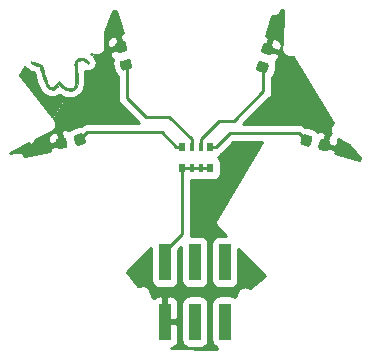
<source format=gbr>
G04 #@! TF.GenerationSoftware,KiCad,Pcbnew,5.1.2*
G04 #@! TF.CreationDate,2019-07-05T19:56:43-05:00*
G04 #@! TF.ProjectId,ZoraSapphire,5a6f7261-5361-4707-9068-6972652e6b69,rev?*
G04 #@! TF.SameCoordinates,Original*
G04 #@! TF.FileFunction,Copper,L2,Bot*
G04 #@! TF.FilePolarity,Positive*
%FSLAX46Y46*%
G04 Gerber Fmt 4.6, Leading zero omitted, Abs format (unit mm)*
G04 Created by KiCad (PCBNEW 5.1.2) date 2019-07-05 19:56:43*
%MOMM*%
%LPD*%
G04 APERTURE LIST*
%ADD10C,0.010000*%
%ADD11C,0.100000*%
%ADD12C,0.875000*%
%ADD13R,1.000000X3.150000*%
%ADD14R,0.500000X0.800000*%
%ADD15R,0.400000X0.800000*%
%ADD16C,0.600000*%
%ADD17C,0.250000*%
%ADD18C,0.254000*%
G04 APERTURE END LIST*
D10*
G36*
X142160587Y-88509101D02*
G01*
X141977524Y-88601441D01*
X141841592Y-88735243D01*
X141834211Y-88746445D01*
X141795704Y-88816560D01*
X141774213Y-88891161D01*
X141767740Y-88991906D01*
X141774287Y-89140454D01*
X141785088Y-89279000D01*
X141798682Y-89487176D01*
X141809873Y-89745106D01*
X141817394Y-90017886D01*
X141819962Y-90239064D01*
X141819221Y-90471042D01*
X141814387Y-90635025D01*
X141803305Y-90747664D01*
X141783820Y-90825610D01*
X141753775Y-90885512D01*
X141732268Y-90916397D01*
X141646398Y-91001274D01*
X141532822Y-91041004D01*
X141459984Y-91049227D01*
X141212110Y-91030096D01*
X140984281Y-90932890D01*
X140770656Y-90754818D01*
X140715776Y-90693825D01*
X140611108Y-90580241D01*
X140520934Y-90498178D01*
X140463859Y-90464453D01*
X140461888Y-90464334D01*
X140406245Y-90497452D01*
X140332818Y-90581096D01*
X140300495Y-90628393D01*
X140153131Y-90819127D01*
X140003087Y-90933226D01*
X139855716Y-90969020D01*
X139716369Y-90924837D01*
X139622029Y-90840223D01*
X139541347Y-90731415D01*
X139471066Y-90603458D01*
X139403918Y-90439221D01*
X139332636Y-90221574D01*
X139274015Y-90019834D01*
X139214550Y-89809010D01*
X139152317Y-89589557D01*
X139098667Y-89401471D01*
X139087754Y-89363442D01*
X139008584Y-89088050D01*
X138580435Y-88924582D01*
X138362433Y-88845972D01*
X138214002Y-88803703D01*
X138128999Y-88796227D01*
X138107855Y-88805545D01*
X138077323Y-88864474D01*
X138110260Y-88924145D01*
X138212714Y-88989634D01*
X138390730Y-89066021D01*
X138440113Y-89084600D01*
X138599737Y-89146840D01*
X138730704Y-89203866D01*
X138810730Y-89245783D01*
X138821473Y-89253933D01*
X138849685Y-89310037D01*
X138893474Y-89431746D01*
X138947447Y-89602637D01*
X139006210Y-89806288D01*
X139022749Y-89866804D01*
X139133263Y-90248610D01*
X139239349Y-90553568D01*
X139345154Y-90789062D01*
X139454827Y-90962475D01*
X139572515Y-91081190D01*
X139702365Y-91152591D01*
X139753931Y-91168398D01*
X139927621Y-91171191D01*
X140111426Y-91104646D01*
X140283741Y-90977924D01*
X140337431Y-90920944D01*
X140488489Y-90744467D01*
X140658458Y-90921355D01*
X140842966Y-91087866D01*
X141026288Y-91190737D01*
X141239082Y-91244778D01*
X141353587Y-91257186D01*
X141511029Y-91263485D01*
X141620094Y-91247957D01*
X141715756Y-91203620D01*
X141757666Y-91176552D01*
X141885913Y-91048677D01*
X141977302Y-90861493D01*
X142032345Y-90611317D01*
X142051551Y-90294461D01*
X142035431Y-89907242D01*
X141990818Y-89493076D01*
X141962055Y-89241873D01*
X141954811Y-89058459D01*
X141972863Y-88927833D01*
X142019991Y-88834997D01*
X142099973Y-88764951D01*
X142186298Y-88717122D01*
X142331342Y-88672101D01*
X142469703Y-88690585D01*
X142617459Y-88777350D01*
X142733421Y-88879650D01*
X142828884Y-88965110D01*
X142891491Y-88995811D01*
X142943708Y-88981090D01*
X142956473Y-88972361D01*
X143003927Y-88927661D01*
X142997648Y-88878669D01*
X142959475Y-88819482D01*
X142850040Y-88706072D01*
X142697499Y-88599287D01*
X142532595Y-88516782D01*
X142386072Y-88476212D01*
X142359026Y-88474667D01*
X142160587Y-88509101D01*
X142160587Y-88509101D01*
G37*
X142160587Y-88509101D02*
X141977524Y-88601441D01*
X141841592Y-88735243D01*
X141834211Y-88746445D01*
X141795704Y-88816560D01*
X141774213Y-88891161D01*
X141767740Y-88991906D01*
X141774287Y-89140454D01*
X141785088Y-89279000D01*
X141798682Y-89487176D01*
X141809873Y-89745106D01*
X141817394Y-90017886D01*
X141819962Y-90239064D01*
X141819221Y-90471042D01*
X141814387Y-90635025D01*
X141803305Y-90747664D01*
X141783820Y-90825610D01*
X141753775Y-90885512D01*
X141732268Y-90916397D01*
X141646398Y-91001274D01*
X141532822Y-91041004D01*
X141459984Y-91049227D01*
X141212110Y-91030096D01*
X140984281Y-90932890D01*
X140770656Y-90754818D01*
X140715776Y-90693825D01*
X140611108Y-90580241D01*
X140520934Y-90498178D01*
X140463859Y-90464453D01*
X140461888Y-90464334D01*
X140406245Y-90497452D01*
X140332818Y-90581096D01*
X140300495Y-90628393D01*
X140153131Y-90819127D01*
X140003087Y-90933226D01*
X139855716Y-90969020D01*
X139716369Y-90924837D01*
X139622029Y-90840223D01*
X139541347Y-90731415D01*
X139471066Y-90603458D01*
X139403918Y-90439221D01*
X139332636Y-90221574D01*
X139274015Y-90019834D01*
X139214550Y-89809010D01*
X139152317Y-89589557D01*
X139098667Y-89401471D01*
X139087754Y-89363442D01*
X139008584Y-89088050D01*
X138580435Y-88924582D01*
X138362433Y-88845972D01*
X138214002Y-88803703D01*
X138128999Y-88796227D01*
X138107855Y-88805545D01*
X138077323Y-88864474D01*
X138110260Y-88924145D01*
X138212714Y-88989634D01*
X138390730Y-89066021D01*
X138440113Y-89084600D01*
X138599737Y-89146840D01*
X138730704Y-89203866D01*
X138810730Y-89245783D01*
X138821473Y-89253933D01*
X138849685Y-89310037D01*
X138893474Y-89431746D01*
X138947447Y-89602637D01*
X139006210Y-89806288D01*
X139022749Y-89866804D01*
X139133263Y-90248610D01*
X139239349Y-90553568D01*
X139345154Y-90789062D01*
X139454827Y-90962475D01*
X139572515Y-91081190D01*
X139702365Y-91152591D01*
X139753931Y-91168398D01*
X139927621Y-91171191D01*
X140111426Y-91104646D01*
X140283741Y-90977924D01*
X140337431Y-90920944D01*
X140488489Y-90744467D01*
X140658458Y-90921355D01*
X140842966Y-91087866D01*
X141026288Y-91190737D01*
X141239082Y-91244778D01*
X141353587Y-91257186D01*
X141511029Y-91263485D01*
X141620094Y-91247957D01*
X141715756Y-91203620D01*
X141757666Y-91176552D01*
X141885913Y-91048677D01*
X141977302Y-90861493D01*
X142032345Y-90611317D01*
X142051551Y-90294461D01*
X142035431Y-89907242D01*
X141990818Y-89493076D01*
X141962055Y-89241873D01*
X141954811Y-89058459D01*
X141972863Y-88927833D01*
X142019991Y-88834997D01*
X142099973Y-88764951D01*
X142186298Y-88717122D01*
X142331342Y-88672101D01*
X142469703Y-88690585D01*
X142617459Y-88777350D01*
X142733421Y-88879650D01*
X142828884Y-88965110D01*
X142891491Y-88995811D01*
X142943708Y-88981090D01*
X142956473Y-88972361D01*
X143003927Y-88927661D01*
X142997648Y-88878669D01*
X142959475Y-88819482D01*
X142850040Y-88706072D01*
X142697499Y-88599287D01*
X142532595Y-88516782D01*
X142386072Y-88476212D01*
X142359026Y-88474667D01*
X142160587Y-88509101D01*
D11*
G36*
X140863455Y-95216388D02*
G01*
X140884729Y-95219260D01*
X140905619Y-95224203D01*
X140925925Y-95231170D01*
X140945449Y-95240094D01*
X140964005Y-95250888D01*
X140981413Y-95263449D01*
X140997507Y-95277656D01*
X141012130Y-95293372D01*
X141025143Y-95310446D01*
X141036419Y-95328713D01*
X141045851Y-95347997D01*
X141053347Y-95368113D01*
X141058835Y-95388866D01*
X141165390Y-95890167D01*
X141168817Y-95911359D01*
X141170151Y-95932785D01*
X141169379Y-95954238D01*
X141166507Y-95975512D01*
X141161564Y-95996402D01*
X141154597Y-96016707D01*
X141145674Y-96036232D01*
X141134879Y-96054788D01*
X141122318Y-96072196D01*
X141108111Y-96088290D01*
X141092395Y-96102913D01*
X141075321Y-96115926D01*
X141057055Y-96127202D01*
X141037770Y-96136634D01*
X141017654Y-96144130D01*
X140996901Y-96149618D01*
X140568962Y-96240579D01*
X140547770Y-96244006D01*
X140526344Y-96245340D01*
X140504891Y-96244568D01*
X140483617Y-96241696D01*
X140462727Y-96236753D01*
X140442421Y-96229786D01*
X140422897Y-96220862D01*
X140404341Y-96210068D01*
X140386933Y-96197507D01*
X140370839Y-96183300D01*
X140356216Y-96167584D01*
X140343203Y-96150510D01*
X140331927Y-96132243D01*
X140322495Y-96112959D01*
X140314999Y-96092843D01*
X140309511Y-96072090D01*
X140202956Y-95570789D01*
X140199529Y-95549597D01*
X140198195Y-95528171D01*
X140198967Y-95506718D01*
X140201839Y-95485444D01*
X140206782Y-95464554D01*
X140213749Y-95444249D01*
X140222672Y-95424724D01*
X140233467Y-95406168D01*
X140246028Y-95388760D01*
X140260235Y-95372666D01*
X140275951Y-95358043D01*
X140293025Y-95345030D01*
X140311291Y-95333754D01*
X140330576Y-95324322D01*
X140350692Y-95316826D01*
X140371445Y-95311338D01*
X140799384Y-95220377D01*
X140820576Y-95216950D01*
X140842002Y-95215616D01*
X140863455Y-95216388D01*
X140863455Y-95216388D01*
G37*
D12*
X140684173Y-95730478D03*
D11*
G36*
X142404037Y-94888928D02*
G01*
X142425311Y-94891800D01*
X142446201Y-94896743D01*
X142466507Y-94903710D01*
X142486031Y-94912634D01*
X142504587Y-94923428D01*
X142521995Y-94935989D01*
X142538089Y-94950196D01*
X142552712Y-94965912D01*
X142565725Y-94982986D01*
X142577001Y-95001253D01*
X142586433Y-95020537D01*
X142593929Y-95040653D01*
X142599417Y-95061406D01*
X142705972Y-95562707D01*
X142709399Y-95583899D01*
X142710733Y-95605325D01*
X142709961Y-95626778D01*
X142707089Y-95648052D01*
X142702146Y-95668942D01*
X142695179Y-95689247D01*
X142686256Y-95708772D01*
X142675461Y-95727328D01*
X142662900Y-95744736D01*
X142648693Y-95760830D01*
X142632977Y-95775453D01*
X142615903Y-95788466D01*
X142597637Y-95799742D01*
X142578352Y-95809174D01*
X142558236Y-95816670D01*
X142537483Y-95822158D01*
X142109544Y-95913119D01*
X142088352Y-95916546D01*
X142066926Y-95917880D01*
X142045473Y-95917108D01*
X142024199Y-95914236D01*
X142003309Y-95909293D01*
X141983003Y-95902326D01*
X141963479Y-95893402D01*
X141944923Y-95882608D01*
X141927515Y-95870047D01*
X141911421Y-95855840D01*
X141896798Y-95840124D01*
X141883785Y-95823050D01*
X141872509Y-95804783D01*
X141863077Y-95785499D01*
X141855581Y-95765383D01*
X141850093Y-95744630D01*
X141743538Y-95243329D01*
X141740111Y-95222137D01*
X141738777Y-95200711D01*
X141739549Y-95179258D01*
X141742421Y-95157984D01*
X141747364Y-95137094D01*
X141754331Y-95116789D01*
X141763254Y-95097264D01*
X141774049Y-95078708D01*
X141786610Y-95061300D01*
X141800817Y-95045206D01*
X141816533Y-95030583D01*
X141833607Y-95017570D01*
X141851873Y-95006294D01*
X141871158Y-94996862D01*
X141891274Y-94989366D01*
X141912027Y-94983878D01*
X142339966Y-94892917D01*
X142361158Y-94889490D01*
X142382584Y-94888156D01*
X142404037Y-94888928D01*
X142404037Y-94888928D01*
G37*
D12*
X142224755Y-95403018D03*
D11*
G36*
X146359455Y-88575502D02*
G01*
X146380575Y-88579345D01*
X146401217Y-88585240D01*
X146421182Y-88593129D01*
X146440277Y-88602938D01*
X146458319Y-88614571D01*
X146475134Y-88627916D01*
X146490560Y-88642845D01*
X146504448Y-88659214D01*
X146516665Y-88676866D01*
X146527093Y-88695630D01*
X146535631Y-88715326D01*
X146542198Y-88735765D01*
X146655431Y-89158358D01*
X146659963Y-89179341D01*
X146662417Y-89200667D01*
X146662768Y-89222132D01*
X146661014Y-89243527D01*
X146657171Y-89264647D01*
X146651276Y-89285289D01*
X146643386Y-89305254D01*
X146633578Y-89324349D01*
X146621945Y-89342391D01*
X146608600Y-89359206D01*
X146593671Y-89374632D01*
X146577301Y-89388520D01*
X146559650Y-89400737D01*
X146540885Y-89411165D01*
X146521189Y-89419703D01*
X146500752Y-89426270D01*
X146005715Y-89558915D01*
X145984731Y-89563447D01*
X145963405Y-89565901D01*
X145941941Y-89566252D01*
X145920545Y-89564498D01*
X145899425Y-89560655D01*
X145878783Y-89554760D01*
X145858818Y-89546871D01*
X145839723Y-89537062D01*
X145821681Y-89525429D01*
X145804866Y-89512084D01*
X145789440Y-89497155D01*
X145775552Y-89480786D01*
X145763335Y-89463134D01*
X145752907Y-89444370D01*
X145744369Y-89424674D01*
X145737802Y-89404235D01*
X145624569Y-88981642D01*
X145620037Y-88960659D01*
X145617583Y-88939333D01*
X145617232Y-88917868D01*
X145618986Y-88896473D01*
X145622829Y-88875353D01*
X145628724Y-88854711D01*
X145636614Y-88834746D01*
X145646422Y-88815651D01*
X145658055Y-88797609D01*
X145671400Y-88780794D01*
X145686329Y-88765368D01*
X145702699Y-88751480D01*
X145720350Y-88739263D01*
X145739115Y-88728835D01*
X145758811Y-88720297D01*
X145779248Y-88713730D01*
X146274285Y-88581085D01*
X146295269Y-88576553D01*
X146316595Y-88574099D01*
X146338059Y-88573748D01*
X146359455Y-88575502D01*
X146359455Y-88575502D01*
G37*
D12*
X146140000Y-89070000D03*
D11*
G36*
X145951815Y-87054168D02*
G01*
X145972935Y-87058011D01*
X145993577Y-87063906D01*
X146013542Y-87071795D01*
X146032637Y-87081604D01*
X146050679Y-87093237D01*
X146067494Y-87106582D01*
X146082920Y-87121511D01*
X146096808Y-87137880D01*
X146109025Y-87155532D01*
X146119453Y-87174296D01*
X146127991Y-87193992D01*
X146134558Y-87214431D01*
X146247791Y-87637024D01*
X146252323Y-87658007D01*
X146254777Y-87679333D01*
X146255128Y-87700798D01*
X146253374Y-87722193D01*
X146249531Y-87743313D01*
X146243636Y-87763955D01*
X146235746Y-87783920D01*
X146225938Y-87803015D01*
X146214305Y-87821057D01*
X146200960Y-87837872D01*
X146186031Y-87853298D01*
X146169661Y-87867186D01*
X146152010Y-87879403D01*
X146133245Y-87889831D01*
X146113549Y-87898369D01*
X146093112Y-87904936D01*
X145598075Y-88037581D01*
X145577091Y-88042113D01*
X145555765Y-88044567D01*
X145534301Y-88044918D01*
X145512905Y-88043164D01*
X145491785Y-88039321D01*
X145471143Y-88033426D01*
X145451178Y-88025537D01*
X145432083Y-88015728D01*
X145414041Y-88004095D01*
X145397226Y-87990750D01*
X145381800Y-87975821D01*
X145367912Y-87959452D01*
X145355695Y-87941800D01*
X145345267Y-87923036D01*
X145336729Y-87903340D01*
X145330162Y-87882901D01*
X145216929Y-87460308D01*
X145212397Y-87439325D01*
X145209943Y-87417999D01*
X145209592Y-87396534D01*
X145211346Y-87375139D01*
X145215189Y-87354019D01*
X145221084Y-87333377D01*
X145228974Y-87313412D01*
X145238782Y-87294317D01*
X145250415Y-87276275D01*
X145263760Y-87259460D01*
X145278689Y-87244034D01*
X145295059Y-87230146D01*
X145312710Y-87217929D01*
X145331475Y-87207501D01*
X145351171Y-87198963D01*
X145371608Y-87192396D01*
X145866645Y-87059751D01*
X145887629Y-87055219D01*
X145908955Y-87052765D01*
X145930419Y-87052414D01*
X145951815Y-87054168D01*
X145951815Y-87054168D01*
G37*
D12*
X145732360Y-87548666D03*
D11*
G36*
X157513405Y-88774099D02*
G01*
X157534731Y-88776553D01*
X157555715Y-88781085D01*
X158050752Y-88913730D01*
X158071190Y-88920297D01*
X158090886Y-88928835D01*
X158109650Y-88939263D01*
X158127302Y-88951480D01*
X158143671Y-88965368D01*
X158158600Y-88980794D01*
X158171945Y-88997609D01*
X158183578Y-89015651D01*
X158193387Y-89034746D01*
X158201276Y-89054711D01*
X158207171Y-89075353D01*
X158211014Y-89096473D01*
X158212768Y-89117869D01*
X158212417Y-89139333D01*
X158209963Y-89160659D01*
X158205431Y-89181642D01*
X158092198Y-89604235D01*
X158085631Y-89624673D01*
X158077093Y-89644369D01*
X158066665Y-89663134D01*
X158054448Y-89680785D01*
X158040560Y-89697155D01*
X158025134Y-89712084D01*
X158008319Y-89725429D01*
X157990277Y-89737062D01*
X157971182Y-89746870D01*
X157951217Y-89754760D01*
X157930575Y-89760655D01*
X157909455Y-89764498D01*
X157888060Y-89766252D01*
X157866595Y-89765901D01*
X157845269Y-89763447D01*
X157824285Y-89758915D01*
X157329248Y-89626270D01*
X157308810Y-89619703D01*
X157289114Y-89611165D01*
X157270350Y-89600737D01*
X157252698Y-89588520D01*
X157236329Y-89574632D01*
X157221400Y-89559206D01*
X157208055Y-89542391D01*
X157196422Y-89524349D01*
X157186613Y-89505254D01*
X157178724Y-89485289D01*
X157172829Y-89464647D01*
X157168986Y-89443527D01*
X157167232Y-89422131D01*
X157167583Y-89400667D01*
X157170037Y-89379341D01*
X157174569Y-89358358D01*
X157287802Y-88935765D01*
X157294369Y-88915327D01*
X157302907Y-88895631D01*
X157313335Y-88876866D01*
X157325552Y-88859215D01*
X157339440Y-88842845D01*
X157354866Y-88827916D01*
X157371681Y-88814571D01*
X157389723Y-88802938D01*
X157408818Y-88793130D01*
X157428783Y-88785240D01*
X157449425Y-88779345D01*
X157470545Y-88775502D01*
X157491940Y-88773748D01*
X157513405Y-88774099D01*
X157513405Y-88774099D01*
G37*
D12*
X157690000Y-89270000D03*
D11*
G36*
X157921045Y-87252765D02*
G01*
X157942371Y-87255219D01*
X157963355Y-87259751D01*
X158458392Y-87392396D01*
X158478830Y-87398963D01*
X158498526Y-87407501D01*
X158517290Y-87417929D01*
X158534942Y-87430146D01*
X158551311Y-87444034D01*
X158566240Y-87459460D01*
X158579585Y-87476275D01*
X158591218Y-87494317D01*
X158601027Y-87513412D01*
X158608916Y-87533377D01*
X158614811Y-87554019D01*
X158618654Y-87575139D01*
X158620408Y-87596535D01*
X158620057Y-87617999D01*
X158617603Y-87639325D01*
X158613071Y-87660308D01*
X158499838Y-88082901D01*
X158493271Y-88103339D01*
X158484733Y-88123035D01*
X158474305Y-88141800D01*
X158462088Y-88159451D01*
X158448200Y-88175821D01*
X158432774Y-88190750D01*
X158415959Y-88204095D01*
X158397917Y-88215728D01*
X158378822Y-88225536D01*
X158358857Y-88233426D01*
X158338215Y-88239321D01*
X158317095Y-88243164D01*
X158295700Y-88244918D01*
X158274235Y-88244567D01*
X158252909Y-88242113D01*
X158231925Y-88237581D01*
X157736888Y-88104936D01*
X157716450Y-88098369D01*
X157696754Y-88089831D01*
X157677990Y-88079403D01*
X157660338Y-88067186D01*
X157643969Y-88053298D01*
X157629040Y-88037872D01*
X157615695Y-88021057D01*
X157604062Y-88003015D01*
X157594253Y-87983920D01*
X157586364Y-87963955D01*
X157580469Y-87943313D01*
X157576626Y-87922193D01*
X157574872Y-87900797D01*
X157575223Y-87879333D01*
X157577677Y-87858007D01*
X157582209Y-87837024D01*
X157695442Y-87414431D01*
X157702009Y-87393993D01*
X157710547Y-87374297D01*
X157720975Y-87355532D01*
X157733192Y-87337881D01*
X157747080Y-87321511D01*
X157762506Y-87306582D01*
X157779321Y-87293237D01*
X157797363Y-87281604D01*
X157816458Y-87271796D01*
X157836423Y-87263906D01*
X157857065Y-87258011D01*
X157878185Y-87254168D01*
X157899580Y-87252414D01*
X157921045Y-87252765D01*
X157921045Y-87252765D01*
G37*
D12*
X158097640Y-87748666D03*
D11*
G36*
X162790000Y-95361403D02*
G01*
X162811326Y-95363857D01*
X162832309Y-95368389D01*
X163254902Y-95481622D01*
X163275340Y-95488189D01*
X163295036Y-95496727D01*
X163313801Y-95507155D01*
X163331452Y-95519372D01*
X163347822Y-95533260D01*
X163362751Y-95548686D01*
X163376096Y-95565501D01*
X163387729Y-95583543D01*
X163397537Y-95602638D01*
X163405427Y-95622603D01*
X163411322Y-95643245D01*
X163415165Y-95664365D01*
X163416919Y-95685760D01*
X163416568Y-95707225D01*
X163414114Y-95728551D01*
X163409582Y-95749535D01*
X163276937Y-96244572D01*
X163270370Y-96265010D01*
X163261832Y-96284706D01*
X163251404Y-96303470D01*
X163239187Y-96321122D01*
X163225299Y-96337491D01*
X163209873Y-96352420D01*
X163193058Y-96365765D01*
X163175016Y-96377398D01*
X163155921Y-96387207D01*
X163135956Y-96395096D01*
X163115314Y-96400991D01*
X163094194Y-96404834D01*
X163072798Y-96406588D01*
X163051334Y-96406237D01*
X163030008Y-96403783D01*
X163009025Y-96399251D01*
X162586432Y-96286018D01*
X162565994Y-96279451D01*
X162546298Y-96270913D01*
X162527533Y-96260485D01*
X162509882Y-96248268D01*
X162493512Y-96234380D01*
X162478583Y-96218954D01*
X162465238Y-96202139D01*
X162453605Y-96184097D01*
X162443797Y-96165002D01*
X162435907Y-96145037D01*
X162430012Y-96124395D01*
X162426169Y-96103275D01*
X162424415Y-96081880D01*
X162424766Y-96060415D01*
X162427220Y-96039089D01*
X162431752Y-96018105D01*
X162564397Y-95523068D01*
X162570964Y-95502630D01*
X162579502Y-95482934D01*
X162589930Y-95464170D01*
X162602147Y-95446518D01*
X162616035Y-95430149D01*
X162631461Y-95415220D01*
X162648276Y-95401875D01*
X162666318Y-95390242D01*
X162685413Y-95380433D01*
X162705378Y-95372544D01*
X162726020Y-95366649D01*
X162747140Y-95362806D01*
X162768536Y-95361052D01*
X162790000Y-95361403D01*
X162790000Y-95361403D01*
G37*
D12*
X162920667Y-95883820D03*
D11*
G36*
X161268666Y-94953763D02*
G01*
X161289992Y-94956217D01*
X161310975Y-94960749D01*
X161733568Y-95073982D01*
X161754006Y-95080549D01*
X161773702Y-95089087D01*
X161792467Y-95099515D01*
X161810118Y-95111732D01*
X161826488Y-95125620D01*
X161841417Y-95141046D01*
X161854762Y-95157861D01*
X161866395Y-95175903D01*
X161876203Y-95194998D01*
X161884093Y-95214963D01*
X161889988Y-95235605D01*
X161893831Y-95256725D01*
X161895585Y-95278120D01*
X161895234Y-95299585D01*
X161892780Y-95320911D01*
X161888248Y-95341895D01*
X161755603Y-95836932D01*
X161749036Y-95857370D01*
X161740498Y-95877066D01*
X161730070Y-95895830D01*
X161717853Y-95913482D01*
X161703965Y-95929851D01*
X161688539Y-95944780D01*
X161671724Y-95958125D01*
X161653682Y-95969758D01*
X161634587Y-95979567D01*
X161614622Y-95987456D01*
X161593980Y-95993351D01*
X161572860Y-95997194D01*
X161551464Y-95998948D01*
X161530000Y-95998597D01*
X161508674Y-95996143D01*
X161487691Y-95991611D01*
X161065098Y-95878378D01*
X161044660Y-95871811D01*
X161024964Y-95863273D01*
X161006199Y-95852845D01*
X160988548Y-95840628D01*
X160972178Y-95826740D01*
X160957249Y-95811314D01*
X160943904Y-95794499D01*
X160932271Y-95776457D01*
X160922463Y-95757362D01*
X160914573Y-95737397D01*
X160908678Y-95716755D01*
X160904835Y-95695635D01*
X160903081Y-95674240D01*
X160903432Y-95652775D01*
X160905886Y-95631449D01*
X160910418Y-95610465D01*
X161043063Y-95115428D01*
X161049630Y-95094990D01*
X161058168Y-95075294D01*
X161068596Y-95056530D01*
X161080813Y-95038878D01*
X161094701Y-95022509D01*
X161110127Y-95007580D01*
X161126942Y-94994235D01*
X161144984Y-94982602D01*
X161164079Y-94972793D01*
X161184044Y-94964904D01*
X161204686Y-94959009D01*
X161225806Y-94955166D01*
X161247202Y-94953412D01*
X161268666Y-94953763D01*
X161268666Y-94953763D01*
G37*
D12*
X161399333Y-95476180D03*
D13*
X149430000Y-105770000D03*
X149430000Y-110820000D03*
X151970000Y-105770000D03*
X151970000Y-110820000D03*
X154510000Y-105770000D03*
X154510000Y-110820000D03*
D14*
X150880000Y-96000000D03*
D15*
X152480000Y-96000000D03*
X151680000Y-96000000D03*
D14*
X153280000Y-96000000D03*
D15*
X151680000Y-97800000D03*
D14*
X150880000Y-97800000D03*
D15*
X152480000Y-97800000D03*
D14*
X153280000Y-97800000D03*
D16*
X160340000Y-92590000D03*
X142790000Y-92590000D03*
X152460000Y-102730000D03*
D17*
X150380000Y-96000000D02*
X149160000Y-94780000D01*
X150880000Y-96000000D02*
X150380000Y-96000000D01*
X149160000Y-94780000D02*
X142870000Y-94780000D01*
X142870000Y-94780000D02*
X142270000Y-95380000D01*
X151680000Y-95350000D02*
X149810000Y-93480000D01*
X151680000Y-96000000D02*
X151680000Y-95350000D01*
X149810000Y-93480000D02*
X147790000Y-93480000D01*
X147790000Y-93480000D02*
X146190000Y-91880000D01*
X146190000Y-91880000D02*
X146190000Y-89100000D01*
X152480000Y-95350000D02*
X153990000Y-93840000D01*
X152480000Y-96000000D02*
X152480000Y-95350000D01*
X153990000Y-93840000D02*
X155240000Y-93840000D01*
X155240000Y-93840000D02*
X157770000Y-91310000D01*
X157770000Y-91310000D02*
X157770000Y-89280000D01*
X153780000Y-96000000D02*
X154910000Y-94870000D01*
X153280000Y-96000000D02*
X153780000Y-96000000D01*
X154910000Y-94870000D02*
X160800000Y-94870000D01*
X160800000Y-94870000D02*
X161310000Y-95380000D01*
X161310000Y-95380000D02*
X161310000Y-95410000D01*
X152780000Y-97800000D02*
X152760000Y-97780000D01*
X153280000Y-97800000D02*
X152780000Y-97800000D01*
X152760000Y-97780000D02*
X150940000Y-97780000D01*
X150880000Y-97800000D02*
X150880000Y-103390000D01*
X150880000Y-103390000D02*
X149440000Y-104830000D01*
D18*
G36*
X153620823Y-102435120D02*
G01*
X153610263Y-102457666D01*
X153604305Y-102481839D01*
X153603177Y-102506710D01*
X153606923Y-102531323D01*
X153615399Y-102554732D01*
X153628279Y-102576038D01*
X153639283Y-102588878D01*
X154587710Y-103556928D01*
X154010000Y-103556928D01*
X153885518Y-103569188D01*
X153765820Y-103605498D01*
X153655506Y-103664463D01*
X153558815Y-103743815D01*
X153479463Y-103840506D01*
X153420498Y-103950820D01*
X153384188Y-104070518D01*
X153371928Y-104195000D01*
X153371928Y-107345000D01*
X153384188Y-107469482D01*
X153420498Y-107589180D01*
X153479463Y-107699494D01*
X153558815Y-107796185D01*
X153655506Y-107875537D01*
X153765820Y-107934502D01*
X153885518Y-107970812D01*
X154010000Y-107983072D01*
X155010000Y-107983072D01*
X155134482Y-107970812D01*
X155254180Y-107934502D01*
X155364494Y-107875537D01*
X155461185Y-107796185D01*
X155540537Y-107699494D01*
X155599502Y-107589180D01*
X155635812Y-107469482D01*
X155648072Y-107345000D01*
X155648072Y-104639228D01*
X157893654Y-106931270D01*
X156642669Y-107989284D01*
X156576853Y-107950101D01*
X156549753Y-107930110D01*
X156519026Y-107915674D01*
X156518912Y-107915606D01*
X156489446Y-107901777D01*
X156427627Y-107872733D01*
X156427491Y-107872699D01*
X156427369Y-107872642D01*
X156363135Y-107856755D01*
X156296654Y-107840284D01*
X156296514Y-107840278D01*
X156296383Y-107840245D01*
X156229392Y-107837154D01*
X156161867Y-107834011D01*
X156161732Y-107834031D01*
X156161594Y-107834025D01*
X156096011Y-107843953D01*
X156028445Y-107854153D01*
X156028311Y-107854201D01*
X156028181Y-107854221D01*
X155966617Y-107876456D01*
X155901518Y-107899938D01*
X155901399Y-107900010D01*
X155901271Y-107900056D01*
X155845367Y-107933790D01*
X155785961Y-107969605D01*
X155785854Y-107969702D01*
X155785742Y-107969770D01*
X155737742Y-108013535D01*
X155686215Y-108060479D01*
X155686132Y-108060592D01*
X155686033Y-108060682D01*
X155647265Y-108113281D01*
X155606115Y-108169065D01*
X155606055Y-108169193D01*
X155605976Y-108169300D01*
X155578508Y-108227827D01*
X155563115Y-108260590D01*
X155563065Y-108260730D01*
X155548648Y-108291449D01*
X155540566Y-108324126D01*
X155393567Y-108738322D01*
X155364494Y-108714463D01*
X155254180Y-108655498D01*
X155134482Y-108619188D01*
X155010000Y-108606928D01*
X154010000Y-108606928D01*
X153885518Y-108619188D01*
X153765820Y-108655498D01*
X153655506Y-108714463D01*
X153558815Y-108793815D01*
X153479463Y-108890506D01*
X153420498Y-109000820D01*
X153384188Y-109120518D01*
X153371928Y-109245000D01*
X153371928Y-112395000D01*
X153384188Y-112519482D01*
X153420498Y-112639180D01*
X153479463Y-112749494D01*
X153558815Y-112846185D01*
X153655506Y-112925537D01*
X153765820Y-112984502D01*
X153874852Y-113017576D01*
X153833364Y-113134475D01*
X149968370Y-113067836D01*
X149954781Y-113030631D01*
X150054482Y-113020812D01*
X150174180Y-112984502D01*
X150284494Y-112925537D01*
X150381185Y-112846185D01*
X150460537Y-112749494D01*
X150519502Y-112639180D01*
X150555812Y-112519482D01*
X150568072Y-112395000D01*
X150565000Y-111105750D01*
X150406250Y-110947000D01*
X149557000Y-110947000D01*
X149557000Y-110967000D01*
X149303000Y-110967000D01*
X149303000Y-110947000D01*
X149283000Y-110947000D01*
X149283000Y-110693000D01*
X149303000Y-110693000D01*
X149303000Y-108768750D01*
X149557000Y-108768750D01*
X149557000Y-110693000D01*
X150406250Y-110693000D01*
X150565000Y-110534250D01*
X150568072Y-109245000D01*
X150831928Y-109245000D01*
X150831928Y-112395000D01*
X150844188Y-112519482D01*
X150880498Y-112639180D01*
X150939463Y-112749494D01*
X151018815Y-112846185D01*
X151115506Y-112925537D01*
X151225820Y-112984502D01*
X151345518Y-113020812D01*
X151470000Y-113033072D01*
X152470000Y-113033072D01*
X152594482Y-113020812D01*
X152714180Y-112984502D01*
X152824494Y-112925537D01*
X152921185Y-112846185D01*
X153000537Y-112749494D01*
X153059502Y-112639180D01*
X153095812Y-112519482D01*
X153108072Y-112395000D01*
X153108072Y-109245000D01*
X153095812Y-109120518D01*
X153059502Y-109000820D01*
X153000537Y-108890506D01*
X152921185Y-108793815D01*
X152824494Y-108714463D01*
X152714180Y-108655498D01*
X152594482Y-108619188D01*
X152470000Y-108606928D01*
X151470000Y-108606928D01*
X151345518Y-108619188D01*
X151225820Y-108655498D01*
X151115506Y-108714463D01*
X151018815Y-108793815D01*
X150939463Y-108890506D01*
X150880498Y-109000820D01*
X150844188Y-109120518D01*
X150831928Y-109245000D01*
X150568072Y-109245000D01*
X150555812Y-109120518D01*
X150519502Y-109000820D01*
X150460537Y-108890506D01*
X150381185Y-108793815D01*
X150284494Y-108714463D01*
X150174180Y-108655498D01*
X150054482Y-108619188D01*
X149930000Y-108606928D01*
X149715750Y-108610000D01*
X149557000Y-108768750D01*
X149303000Y-108768750D01*
X149144250Y-108610000D01*
X148930000Y-108606928D01*
X148805518Y-108619188D01*
X148685820Y-108655498D01*
X148575506Y-108714463D01*
X148478815Y-108793815D01*
X148429360Y-108854076D01*
X148198542Y-108222101D01*
X148192891Y-108197611D01*
X148183300Y-108176313D01*
X148176516Y-108153948D01*
X148155652Y-108114914D01*
X148137488Y-108074577D01*
X148132424Y-108067475D01*
X148128645Y-108059620D01*
X148119831Y-108047898D01*
X148112909Y-108034947D01*
X148084828Y-108000731D01*
X148059146Y-107964716D01*
X148052798Y-107958743D01*
X148047556Y-107951771D01*
X148036619Y-107941988D01*
X148027308Y-107930643D01*
X147993095Y-107902565D01*
X147960877Y-107872249D01*
X147953484Y-107867628D01*
X147946983Y-107861813D01*
X147934350Y-107854354D01*
X147923004Y-107845042D01*
X147883973Y-107824180D01*
X147846457Y-107800730D01*
X147838297Y-107797637D01*
X147830794Y-107793207D01*
X147816953Y-107788357D01*
X147804003Y-107781435D01*
X147761646Y-107768586D01*
X147720282Y-107752909D01*
X147711687Y-107751470D01*
X147703453Y-107748584D01*
X147688925Y-107746526D01*
X147674880Y-107742266D01*
X147630836Y-107737928D01*
X147587203Y-107730620D01*
X147578484Y-107730885D01*
X147569853Y-107729663D01*
X147521553Y-107732354D01*
X147506950Y-107732354D01*
X147496548Y-107733379D01*
X147452332Y-107734724D01*
X147443838Y-107736684D01*
X147435130Y-107737169D01*
X147420922Y-107740827D01*
X147406314Y-107742266D01*
X147363959Y-107755114D01*
X147320853Y-107765060D01*
X147312903Y-107768640D01*
X147304459Y-107770814D01*
X147291237Y-107777174D01*
X147277191Y-107781435D01*
X147238162Y-107802296D01*
X147228647Y-107806581D01*
X147221126Y-107810900D01*
X147182863Y-107829306D01*
X147177949Y-107833001D01*
X146182299Y-106619758D01*
X148291928Y-104572329D01*
X148291928Y-107345000D01*
X148304188Y-107469482D01*
X148340498Y-107589180D01*
X148399463Y-107699494D01*
X148478815Y-107796185D01*
X148575506Y-107875537D01*
X148685820Y-107934502D01*
X148805518Y-107970812D01*
X148930000Y-107983072D01*
X149930000Y-107983072D01*
X150054482Y-107970812D01*
X150174180Y-107934502D01*
X150284494Y-107875537D01*
X150381185Y-107796185D01*
X150460537Y-107699494D01*
X150519502Y-107589180D01*
X150555812Y-107469482D01*
X150568072Y-107345000D01*
X150568072Y-104776729D01*
X150831928Y-104512874D01*
X150831928Y-107345000D01*
X150844188Y-107469482D01*
X150880498Y-107589180D01*
X150939463Y-107699494D01*
X151018815Y-107796185D01*
X151115506Y-107875537D01*
X151225820Y-107934502D01*
X151345518Y-107970812D01*
X151470000Y-107983072D01*
X152470000Y-107983072D01*
X152594482Y-107970812D01*
X152714180Y-107934502D01*
X152824494Y-107875537D01*
X152921185Y-107796185D01*
X153000537Y-107699494D01*
X153059502Y-107589180D01*
X153095812Y-107469482D01*
X153108072Y-107345000D01*
X153108072Y-104195000D01*
X153095812Y-104070518D01*
X153059502Y-103950820D01*
X153000537Y-103840506D01*
X152921185Y-103743815D01*
X152824494Y-103664463D01*
X152714180Y-103605498D01*
X152594482Y-103569188D01*
X152470000Y-103556928D01*
X151623560Y-103556928D01*
X151629003Y-103538986D01*
X151640000Y-103427333D01*
X151643677Y-103390000D01*
X151640000Y-103352667D01*
X151640000Y-98838072D01*
X151880000Y-98838072D01*
X152004482Y-98825812D01*
X152080000Y-98802904D01*
X152155518Y-98825812D01*
X152280000Y-98838072D01*
X152680000Y-98838072D01*
X152804482Y-98825812D01*
X152855000Y-98810488D01*
X152905518Y-98825812D01*
X153030000Y-98838072D01*
X153530000Y-98838072D01*
X153654482Y-98825812D01*
X153774180Y-98789502D01*
X153884494Y-98730537D01*
X153981185Y-98651185D01*
X154060537Y-98554494D01*
X154119502Y-98444180D01*
X154155812Y-98324482D01*
X154168072Y-98200000D01*
X154168072Y-97400000D01*
X154155812Y-97275518D01*
X154119502Y-97155820D01*
X154060537Y-97045506D01*
X153981185Y-96948815D01*
X153921704Y-96900000D01*
X153981185Y-96851185D01*
X154060537Y-96754494D01*
X154092482Y-96694730D01*
X154204276Y-96634974D01*
X154320001Y-96540001D01*
X154343804Y-96510998D01*
X155224802Y-95630000D01*
X157664849Y-95630000D01*
X153620823Y-102435120D01*
X153620823Y-102435120D01*
G37*
X153620823Y-102435120D02*
X153610263Y-102457666D01*
X153604305Y-102481839D01*
X153603177Y-102506710D01*
X153606923Y-102531323D01*
X153615399Y-102554732D01*
X153628279Y-102576038D01*
X153639283Y-102588878D01*
X154587710Y-103556928D01*
X154010000Y-103556928D01*
X153885518Y-103569188D01*
X153765820Y-103605498D01*
X153655506Y-103664463D01*
X153558815Y-103743815D01*
X153479463Y-103840506D01*
X153420498Y-103950820D01*
X153384188Y-104070518D01*
X153371928Y-104195000D01*
X153371928Y-107345000D01*
X153384188Y-107469482D01*
X153420498Y-107589180D01*
X153479463Y-107699494D01*
X153558815Y-107796185D01*
X153655506Y-107875537D01*
X153765820Y-107934502D01*
X153885518Y-107970812D01*
X154010000Y-107983072D01*
X155010000Y-107983072D01*
X155134482Y-107970812D01*
X155254180Y-107934502D01*
X155364494Y-107875537D01*
X155461185Y-107796185D01*
X155540537Y-107699494D01*
X155599502Y-107589180D01*
X155635812Y-107469482D01*
X155648072Y-107345000D01*
X155648072Y-104639228D01*
X157893654Y-106931270D01*
X156642669Y-107989284D01*
X156576853Y-107950101D01*
X156549753Y-107930110D01*
X156519026Y-107915674D01*
X156518912Y-107915606D01*
X156489446Y-107901777D01*
X156427627Y-107872733D01*
X156427491Y-107872699D01*
X156427369Y-107872642D01*
X156363135Y-107856755D01*
X156296654Y-107840284D01*
X156296514Y-107840278D01*
X156296383Y-107840245D01*
X156229392Y-107837154D01*
X156161867Y-107834011D01*
X156161732Y-107834031D01*
X156161594Y-107834025D01*
X156096011Y-107843953D01*
X156028445Y-107854153D01*
X156028311Y-107854201D01*
X156028181Y-107854221D01*
X155966617Y-107876456D01*
X155901518Y-107899938D01*
X155901399Y-107900010D01*
X155901271Y-107900056D01*
X155845367Y-107933790D01*
X155785961Y-107969605D01*
X155785854Y-107969702D01*
X155785742Y-107969770D01*
X155737742Y-108013535D01*
X155686215Y-108060479D01*
X155686132Y-108060592D01*
X155686033Y-108060682D01*
X155647265Y-108113281D01*
X155606115Y-108169065D01*
X155606055Y-108169193D01*
X155605976Y-108169300D01*
X155578508Y-108227827D01*
X155563115Y-108260590D01*
X155563065Y-108260730D01*
X155548648Y-108291449D01*
X155540566Y-108324126D01*
X155393567Y-108738322D01*
X155364494Y-108714463D01*
X155254180Y-108655498D01*
X155134482Y-108619188D01*
X155010000Y-108606928D01*
X154010000Y-108606928D01*
X153885518Y-108619188D01*
X153765820Y-108655498D01*
X153655506Y-108714463D01*
X153558815Y-108793815D01*
X153479463Y-108890506D01*
X153420498Y-109000820D01*
X153384188Y-109120518D01*
X153371928Y-109245000D01*
X153371928Y-112395000D01*
X153384188Y-112519482D01*
X153420498Y-112639180D01*
X153479463Y-112749494D01*
X153558815Y-112846185D01*
X153655506Y-112925537D01*
X153765820Y-112984502D01*
X153874852Y-113017576D01*
X153833364Y-113134475D01*
X149968370Y-113067836D01*
X149954781Y-113030631D01*
X150054482Y-113020812D01*
X150174180Y-112984502D01*
X150284494Y-112925537D01*
X150381185Y-112846185D01*
X150460537Y-112749494D01*
X150519502Y-112639180D01*
X150555812Y-112519482D01*
X150568072Y-112395000D01*
X150565000Y-111105750D01*
X150406250Y-110947000D01*
X149557000Y-110947000D01*
X149557000Y-110967000D01*
X149303000Y-110967000D01*
X149303000Y-110947000D01*
X149283000Y-110947000D01*
X149283000Y-110693000D01*
X149303000Y-110693000D01*
X149303000Y-108768750D01*
X149557000Y-108768750D01*
X149557000Y-110693000D01*
X150406250Y-110693000D01*
X150565000Y-110534250D01*
X150568072Y-109245000D01*
X150831928Y-109245000D01*
X150831928Y-112395000D01*
X150844188Y-112519482D01*
X150880498Y-112639180D01*
X150939463Y-112749494D01*
X151018815Y-112846185D01*
X151115506Y-112925537D01*
X151225820Y-112984502D01*
X151345518Y-113020812D01*
X151470000Y-113033072D01*
X152470000Y-113033072D01*
X152594482Y-113020812D01*
X152714180Y-112984502D01*
X152824494Y-112925537D01*
X152921185Y-112846185D01*
X153000537Y-112749494D01*
X153059502Y-112639180D01*
X153095812Y-112519482D01*
X153108072Y-112395000D01*
X153108072Y-109245000D01*
X153095812Y-109120518D01*
X153059502Y-109000820D01*
X153000537Y-108890506D01*
X152921185Y-108793815D01*
X152824494Y-108714463D01*
X152714180Y-108655498D01*
X152594482Y-108619188D01*
X152470000Y-108606928D01*
X151470000Y-108606928D01*
X151345518Y-108619188D01*
X151225820Y-108655498D01*
X151115506Y-108714463D01*
X151018815Y-108793815D01*
X150939463Y-108890506D01*
X150880498Y-109000820D01*
X150844188Y-109120518D01*
X150831928Y-109245000D01*
X150568072Y-109245000D01*
X150555812Y-109120518D01*
X150519502Y-109000820D01*
X150460537Y-108890506D01*
X150381185Y-108793815D01*
X150284494Y-108714463D01*
X150174180Y-108655498D01*
X150054482Y-108619188D01*
X149930000Y-108606928D01*
X149715750Y-108610000D01*
X149557000Y-108768750D01*
X149303000Y-108768750D01*
X149144250Y-108610000D01*
X148930000Y-108606928D01*
X148805518Y-108619188D01*
X148685820Y-108655498D01*
X148575506Y-108714463D01*
X148478815Y-108793815D01*
X148429360Y-108854076D01*
X148198542Y-108222101D01*
X148192891Y-108197611D01*
X148183300Y-108176313D01*
X148176516Y-108153948D01*
X148155652Y-108114914D01*
X148137488Y-108074577D01*
X148132424Y-108067475D01*
X148128645Y-108059620D01*
X148119831Y-108047898D01*
X148112909Y-108034947D01*
X148084828Y-108000731D01*
X148059146Y-107964716D01*
X148052798Y-107958743D01*
X148047556Y-107951771D01*
X148036619Y-107941988D01*
X148027308Y-107930643D01*
X147993095Y-107902565D01*
X147960877Y-107872249D01*
X147953484Y-107867628D01*
X147946983Y-107861813D01*
X147934350Y-107854354D01*
X147923004Y-107845042D01*
X147883973Y-107824180D01*
X147846457Y-107800730D01*
X147838297Y-107797637D01*
X147830794Y-107793207D01*
X147816953Y-107788357D01*
X147804003Y-107781435D01*
X147761646Y-107768586D01*
X147720282Y-107752909D01*
X147711687Y-107751470D01*
X147703453Y-107748584D01*
X147688925Y-107746526D01*
X147674880Y-107742266D01*
X147630836Y-107737928D01*
X147587203Y-107730620D01*
X147578484Y-107730885D01*
X147569853Y-107729663D01*
X147521553Y-107732354D01*
X147506950Y-107732354D01*
X147496548Y-107733379D01*
X147452332Y-107734724D01*
X147443838Y-107736684D01*
X147435130Y-107737169D01*
X147420922Y-107740827D01*
X147406314Y-107742266D01*
X147363959Y-107755114D01*
X147320853Y-107765060D01*
X147312903Y-107768640D01*
X147304459Y-107770814D01*
X147291237Y-107777174D01*
X147277191Y-107781435D01*
X147238162Y-107802296D01*
X147228647Y-107806581D01*
X147221126Y-107810900D01*
X147182863Y-107829306D01*
X147177949Y-107833001D01*
X146182299Y-106619758D01*
X148291928Y-104572329D01*
X148291928Y-107345000D01*
X148304188Y-107469482D01*
X148340498Y-107589180D01*
X148399463Y-107699494D01*
X148478815Y-107796185D01*
X148575506Y-107875537D01*
X148685820Y-107934502D01*
X148805518Y-107970812D01*
X148930000Y-107983072D01*
X149930000Y-107983072D01*
X150054482Y-107970812D01*
X150174180Y-107934502D01*
X150284494Y-107875537D01*
X150381185Y-107796185D01*
X150460537Y-107699494D01*
X150519502Y-107589180D01*
X150555812Y-107469482D01*
X150568072Y-107345000D01*
X150568072Y-104776729D01*
X150831928Y-104512874D01*
X150831928Y-107345000D01*
X150844188Y-107469482D01*
X150880498Y-107589180D01*
X150939463Y-107699494D01*
X151018815Y-107796185D01*
X151115506Y-107875537D01*
X151225820Y-107934502D01*
X151345518Y-107970812D01*
X151470000Y-107983072D01*
X152470000Y-107983072D01*
X152594482Y-107970812D01*
X152714180Y-107934502D01*
X152824494Y-107875537D01*
X152921185Y-107796185D01*
X153000537Y-107699494D01*
X153059502Y-107589180D01*
X153095812Y-107469482D01*
X153108072Y-107345000D01*
X153108072Y-104195000D01*
X153095812Y-104070518D01*
X153059502Y-103950820D01*
X153000537Y-103840506D01*
X152921185Y-103743815D01*
X152824494Y-103664463D01*
X152714180Y-103605498D01*
X152594482Y-103569188D01*
X152470000Y-103556928D01*
X151623560Y-103556928D01*
X151629003Y-103538986D01*
X151640000Y-103427333D01*
X151643677Y-103390000D01*
X151640000Y-103352667D01*
X151640000Y-98838072D01*
X151880000Y-98838072D01*
X152004482Y-98825812D01*
X152080000Y-98802904D01*
X152155518Y-98825812D01*
X152280000Y-98838072D01*
X152680000Y-98838072D01*
X152804482Y-98825812D01*
X152855000Y-98810488D01*
X152905518Y-98825812D01*
X153030000Y-98838072D01*
X153530000Y-98838072D01*
X153654482Y-98825812D01*
X153774180Y-98789502D01*
X153884494Y-98730537D01*
X153981185Y-98651185D01*
X154060537Y-98554494D01*
X154119502Y-98444180D01*
X154155812Y-98324482D01*
X154168072Y-98200000D01*
X154168072Y-97400000D01*
X154155812Y-97275518D01*
X154119502Y-97155820D01*
X154060537Y-97045506D01*
X153981185Y-96948815D01*
X153921704Y-96900000D01*
X153981185Y-96851185D01*
X154060537Y-96754494D01*
X154092482Y-96694730D01*
X154204276Y-96634974D01*
X154320001Y-96540001D01*
X154343804Y-96510998D01*
X155224802Y-95630000D01*
X157664849Y-95630000D01*
X153620823Y-102435120D01*
G36*
X159396132Y-84422759D02*
G01*
X159301051Y-87360363D01*
X159273897Y-87243911D01*
X159222275Y-87129977D01*
X159149416Y-87028303D01*
X159058122Y-86942796D01*
X158951901Y-86876743D01*
X158834833Y-86832682D01*
X158651237Y-86786668D01*
X158456808Y-86898921D01*
X158253183Y-87658863D01*
X159049347Y-87872195D01*
X159243775Y-87759942D01*
X159286018Y-87614158D01*
X159294499Y-87562788D01*
X159290983Y-87671422D01*
X159286839Y-87699583D01*
X159288806Y-87738697D01*
X159288633Y-87744033D01*
X159290492Y-87772243D01*
X159293615Y-87834345D01*
X159294930Y-87839570D01*
X159295284Y-87844937D01*
X159311377Y-87904908D01*
X159326552Y-87965196D01*
X159328860Y-87970061D01*
X159330255Y-87975260D01*
X159357751Y-88030965D01*
X159384384Y-88087108D01*
X159387596Y-88091429D01*
X159389979Y-88096256D01*
X159427812Y-88145523D01*
X159464889Y-88195395D01*
X159468884Y-88199007D01*
X159472161Y-88203275D01*
X159518897Y-88244231D01*
X159564972Y-88285894D01*
X159569589Y-88288654D01*
X159573641Y-88292205D01*
X159627463Y-88323252D01*
X159680788Y-88355131D01*
X159685862Y-88356940D01*
X159690522Y-88359628D01*
X159749326Y-88379565D01*
X159807886Y-88400442D01*
X159813215Y-88401226D01*
X159818311Y-88402954D01*
X159879885Y-88411037D01*
X159941381Y-88420087D01*
X159946760Y-88419816D01*
X159952096Y-88420517D01*
X160014093Y-88416430D01*
X160042376Y-88415008D01*
X160047663Y-88414218D01*
X160086735Y-88411642D01*
X160114223Y-88404266D01*
X160250411Y-88383904D01*
X163633683Y-94019940D01*
X163584166Y-94078345D01*
X163560507Y-94101130D01*
X163540645Y-94129677D01*
X163540023Y-94130411D01*
X163521503Y-94157190D01*
X163483444Y-94211892D01*
X163483054Y-94212786D01*
X163482504Y-94213581D01*
X163456119Y-94274502D01*
X163429472Y-94335560D01*
X163429265Y-94336508D01*
X163428878Y-94337401D01*
X163414849Y-94402470D01*
X163400662Y-94467382D01*
X163400644Y-94468354D01*
X163400439Y-94469303D01*
X163399374Y-94535796D01*
X163398123Y-94602291D01*
X163398295Y-94603247D01*
X163398279Y-94604218D01*
X163410238Y-94669811D01*
X163421953Y-94735103D01*
X163422306Y-94736002D01*
X163422481Y-94736963D01*
X163446991Y-94798921D01*
X163471234Y-94860714D01*
X163471759Y-94861533D01*
X163472116Y-94862435D01*
X163487649Y-94886507D01*
X163483969Y-94885600D01*
X163289541Y-94997853D01*
X163076210Y-95794017D01*
X163836152Y-95997643D01*
X164030580Y-95885390D01*
X164082529Y-95703384D01*
X164102905Y-95579970D01*
X164098812Y-95454953D01*
X164070408Y-95333137D01*
X164065301Y-95321865D01*
X165057219Y-95876300D01*
X165973503Y-96957816D01*
X165941974Y-96993184D01*
X165940602Y-96995517D01*
X165938815Y-96997553D01*
X165906387Y-97053680D01*
X165873559Y-97109487D01*
X165872669Y-97112042D01*
X165871313Y-97114388D01*
X165869332Y-97120217D01*
X163846379Y-96582197D01*
X163882665Y-96437417D01*
X163770412Y-96242988D01*
X163010470Y-96039363D01*
X163005294Y-96058682D01*
X162759948Y-95992941D01*
X162765124Y-95973623D01*
X162745805Y-95968447D01*
X162811546Y-95723101D01*
X162830864Y-95728277D01*
X163044196Y-94932113D01*
X162931943Y-94737685D01*
X162786159Y-94695442D01*
X162662745Y-94675066D01*
X162537728Y-94679158D01*
X162415912Y-94707563D01*
X162337463Y-94743107D01*
X162321144Y-94720335D01*
X162198552Y-94605515D01*
X162055914Y-94516817D01*
X161898713Y-94457651D01*
X161476120Y-94344418D01*
X161327716Y-94319917D01*
X161224276Y-94235026D01*
X161092247Y-94164454D01*
X160948986Y-94120997D01*
X160837333Y-94110000D01*
X160837322Y-94110000D01*
X160800000Y-94106324D01*
X160762678Y-94110000D01*
X156044801Y-94110000D01*
X158281004Y-91873798D01*
X158310001Y-91850001D01*
X158404974Y-91734276D01*
X158475546Y-91602247D01*
X158519003Y-91458986D01*
X158530000Y-91347333D01*
X158530000Y-91347324D01*
X158533676Y-91310001D01*
X158530000Y-91272678D01*
X158530000Y-90101960D01*
X158560665Y-90069219D01*
X158649363Y-89926581D01*
X158708529Y-89769380D01*
X158821762Y-89346787D01*
X158849122Y-89181065D01*
X158843627Y-89013189D01*
X158805486Y-88849610D01*
X158793924Y-88824092D01*
X158863931Y-88773926D01*
X158949438Y-88682632D01*
X159015491Y-88576410D01*
X159059552Y-88459343D01*
X159095860Y-88311968D01*
X158983607Y-88117540D01*
X158187443Y-87904209D01*
X158182267Y-87923528D01*
X157936921Y-87857787D01*
X157942097Y-87838469D01*
X157922778Y-87833293D01*
X157988519Y-87587947D01*
X158007837Y-87593123D01*
X158211463Y-86833181D01*
X158099210Y-86638753D01*
X157991378Y-86607975D01*
X158528194Y-84968510D01*
X158552152Y-84973352D01*
X158588617Y-84973465D01*
X158624927Y-84976871D01*
X158655924Y-84973673D01*
X158687083Y-84973769D01*
X158722874Y-84966765D01*
X158759147Y-84963022D01*
X158788921Y-84953839D01*
X158819505Y-84947854D01*
X158853241Y-84934002D01*
X158888087Y-84923255D01*
X158915502Y-84908438D01*
X158944325Y-84896603D01*
X158974705Y-84876439D01*
X159006792Y-84859097D01*
X159030789Y-84839216D01*
X159056749Y-84821986D01*
X159082615Y-84796279D01*
X159110698Y-84773013D01*
X159130356Y-84748832D01*
X159152456Y-84726868D01*
X159172807Y-84696614D01*
X159195814Y-84668313D01*
X159210377Y-84640760D01*
X159227767Y-84614908D01*
X159241826Y-84581262D01*
X159258868Y-84549019D01*
X159277383Y-84486948D01*
X159297684Y-84420763D01*
X159396132Y-84422759D01*
X159396132Y-84422759D01*
G37*
X159396132Y-84422759D02*
X159301051Y-87360363D01*
X159273897Y-87243911D01*
X159222275Y-87129977D01*
X159149416Y-87028303D01*
X159058122Y-86942796D01*
X158951901Y-86876743D01*
X158834833Y-86832682D01*
X158651237Y-86786668D01*
X158456808Y-86898921D01*
X158253183Y-87658863D01*
X159049347Y-87872195D01*
X159243775Y-87759942D01*
X159286018Y-87614158D01*
X159294499Y-87562788D01*
X159290983Y-87671422D01*
X159286839Y-87699583D01*
X159288806Y-87738697D01*
X159288633Y-87744033D01*
X159290492Y-87772243D01*
X159293615Y-87834345D01*
X159294930Y-87839570D01*
X159295284Y-87844937D01*
X159311377Y-87904908D01*
X159326552Y-87965196D01*
X159328860Y-87970061D01*
X159330255Y-87975260D01*
X159357751Y-88030965D01*
X159384384Y-88087108D01*
X159387596Y-88091429D01*
X159389979Y-88096256D01*
X159427812Y-88145523D01*
X159464889Y-88195395D01*
X159468884Y-88199007D01*
X159472161Y-88203275D01*
X159518897Y-88244231D01*
X159564972Y-88285894D01*
X159569589Y-88288654D01*
X159573641Y-88292205D01*
X159627463Y-88323252D01*
X159680788Y-88355131D01*
X159685862Y-88356940D01*
X159690522Y-88359628D01*
X159749326Y-88379565D01*
X159807886Y-88400442D01*
X159813215Y-88401226D01*
X159818311Y-88402954D01*
X159879885Y-88411037D01*
X159941381Y-88420087D01*
X159946760Y-88419816D01*
X159952096Y-88420517D01*
X160014093Y-88416430D01*
X160042376Y-88415008D01*
X160047663Y-88414218D01*
X160086735Y-88411642D01*
X160114223Y-88404266D01*
X160250411Y-88383904D01*
X163633683Y-94019940D01*
X163584166Y-94078345D01*
X163560507Y-94101130D01*
X163540645Y-94129677D01*
X163540023Y-94130411D01*
X163521503Y-94157190D01*
X163483444Y-94211892D01*
X163483054Y-94212786D01*
X163482504Y-94213581D01*
X163456119Y-94274502D01*
X163429472Y-94335560D01*
X163429265Y-94336508D01*
X163428878Y-94337401D01*
X163414849Y-94402470D01*
X163400662Y-94467382D01*
X163400644Y-94468354D01*
X163400439Y-94469303D01*
X163399374Y-94535796D01*
X163398123Y-94602291D01*
X163398295Y-94603247D01*
X163398279Y-94604218D01*
X163410238Y-94669811D01*
X163421953Y-94735103D01*
X163422306Y-94736002D01*
X163422481Y-94736963D01*
X163446991Y-94798921D01*
X163471234Y-94860714D01*
X163471759Y-94861533D01*
X163472116Y-94862435D01*
X163487649Y-94886507D01*
X163483969Y-94885600D01*
X163289541Y-94997853D01*
X163076210Y-95794017D01*
X163836152Y-95997643D01*
X164030580Y-95885390D01*
X164082529Y-95703384D01*
X164102905Y-95579970D01*
X164098812Y-95454953D01*
X164070408Y-95333137D01*
X164065301Y-95321865D01*
X165057219Y-95876300D01*
X165973503Y-96957816D01*
X165941974Y-96993184D01*
X165940602Y-96995517D01*
X165938815Y-96997553D01*
X165906387Y-97053680D01*
X165873559Y-97109487D01*
X165872669Y-97112042D01*
X165871313Y-97114388D01*
X165869332Y-97120217D01*
X163846379Y-96582197D01*
X163882665Y-96437417D01*
X163770412Y-96242988D01*
X163010470Y-96039363D01*
X163005294Y-96058682D01*
X162759948Y-95992941D01*
X162765124Y-95973623D01*
X162745805Y-95968447D01*
X162811546Y-95723101D01*
X162830864Y-95728277D01*
X163044196Y-94932113D01*
X162931943Y-94737685D01*
X162786159Y-94695442D01*
X162662745Y-94675066D01*
X162537728Y-94679158D01*
X162415912Y-94707563D01*
X162337463Y-94743107D01*
X162321144Y-94720335D01*
X162198552Y-94605515D01*
X162055914Y-94516817D01*
X161898713Y-94457651D01*
X161476120Y-94344418D01*
X161327716Y-94319917D01*
X161224276Y-94235026D01*
X161092247Y-94164454D01*
X160948986Y-94120997D01*
X160837333Y-94110000D01*
X160837322Y-94110000D01*
X160800000Y-94106324D01*
X160762678Y-94110000D01*
X156044801Y-94110000D01*
X158281004Y-91873798D01*
X158310001Y-91850001D01*
X158404974Y-91734276D01*
X158475546Y-91602247D01*
X158519003Y-91458986D01*
X158530000Y-91347333D01*
X158530000Y-91347324D01*
X158533676Y-91310001D01*
X158530000Y-91272678D01*
X158530000Y-90101960D01*
X158560665Y-90069219D01*
X158649363Y-89926581D01*
X158708529Y-89769380D01*
X158821762Y-89346787D01*
X158849122Y-89181065D01*
X158843627Y-89013189D01*
X158805486Y-88849610D01*
X158793924Y-88824092D01*
X158863931Y-88773926D01*
X158949438Y-88682632D01*
X159015491Y-88576410D01*
X159059552Y-88459343D01*
X159095860Y-88311968D01*
X158983607Y-88117540D01*
X158187443Y-87904209D01*
X158182267Y-87923528D01*
X157936921Y-87857787D01*
X157942097Y-87838469D01*
X157922778Y-87833293D01*
X157988519Y-87587947D01*
X158007837Y-87593123D01*
X158211463Y-86833181D01*
X158099210Y-86638753D01*
X157991378Y-86607975D01*
X158528194Y-84968510D01*
X158552152Y-84973352D01*
X158588617Y-84973465D01*
X158624927Y-84976871D01*
X158655924Y-84973673D01*
X158687083Y-84973769D01*
X158722874Y-84966765D01*
X158759147Y-84963022D01*
X158788921Y-84953839D01*
X158819505Y-84947854D01*
X158853241Y-84934002D01*
X158888087Y-84923255D01*
X158915502Y-84908438D01*
X158944325Y-84896603D01*
X158974705Y-84876439D01*
X159006792Y-84859097D01*
X159030789Y-84839216D01*
X159056749Y-84821986D01*
X159082615Y-84796279D01*
X159110698Y-84773013D01*
X159130356Y-84748832D01*
X159152456Y-84726868D01*
X159172807Y-84696614D01*
X159195814Y-84668313D01*
X159210377Y-84640760D01*
X159227767Y-84614908D01*
X159241826Y-84581262D01*
X159258868Y-84549019D01*
X159277383Y-84486948D01*
X159297684Y-84420763D01*
X159396132Y-84422759D01*
G36*
X145045471Y-84527316D02*
G01*
X145104328Y-84537788D01*
X145112082Y-84537631D01*
X145119749Y-84538818D01*
X145179471Y-84536264D01*
X145239234Y-84535052D01*
X145246812Y-84533384D01*
X145254558Y-84533053D01*
X145269678Y-84529368D01*
X145850035Y-86404718D01*
X145730790Y-86438753D01*
X145618537Y-86633181D01*
X145822163Y-87393123D01*
X145841481Y-87387947D01*
X145907222Y-87633293D01*
X145887903Y-87638469D01*
X145893079Y-87657787D01*
X145647733Y-87723528D01*
X145642557Y-87704209D01*
X144846393Y-87917540D01*
X144734140Y-88111968D01*
X144770448Y-88259343D01*
X144814509Y-88376410D01*
X144880562Y-88482632D01*
X144966069Y-88573926D01*
X145036076Y-88624092D01*
X145024515Y-88649609D01*
X144986373Y-88813187D01*
X144980877Y-88981064D01*
X145008238Y-89146787D01*
X145121471Y-89569380D01*
X145180638Y-89726582D01*
X145269336Y-89869219D01*
X145384156Y-89991812D01*
X145430001Y-90024664D01*
X145430000Y-91842677D01*
X145426324Y-91880000D01*
X145430000Y-91917322D01*
X145430000Y-91917332D01*
X145440997Y-92028985D01*
X145484454Y-92172246D01*
X145555026Y-92304276D01*
X145594871Y-92352826D01*
X145649999Y-92420001D01*
X145679003Y-92443804D01*
X147226200Y-93991002D01*
X147249998Y-94020000D01*
X142907322Y-94020000D01*
X142869999Y-94016324D01*
X142832676Y-94020000D01*
X142832667Y-94020000D01*
X142721014Y-94030997D01*
X142577753Y-94074454D01*
X142445723Y-94145026D01*
X142396350Y-94185546D01*
X142329999Y-94239999D01*
X142316373Y-94256603D01*
X142207304Y-94268789D01*
X141779365Y-94359750D01*
X141619283Y-94410608D01*
X141472198Y-94491719D01*
X141343765Y-94599966D01*
X141326278Y-94621851D01*
X141249797Y-94582250D01*
X141129634Y-94547509D01*
X141005003Y-94536879D01*
X140880692Y-94550768D01*
X140732897Y-94585323D01*
X140610622Y-94773610D01*
X140781993Y-95579848D01*
X140801555Y-95575690D01*
X140854366Y-95824140D01*
X140834803Y-95828298D01*
X140838961Y-95847860D01*
X140590511Y-95900671D01*
X140586353Y-95881108D01*
X139816795Y-96044682D01*
X139694520Y-96232969D01*
X139719797Y-96362160D01*
X137570756Y-96838138D01*
X137568443Y-96833785D01*
X137564176Y-96821340D01*
X137536830Y-96774306D01*
X137511291Y-96726254D01*
X137502966Y-96716061D01*
X137496355Y-96704690D01*
X137460362Y-96663896D01*
X137425937Y-96621747D01*
X137418785Y-96615849D01*
X138538361Y-95409060D01*
X138624660Y-95365171D01*
X139519458Y-95365171D01*
X139533347Y-95489482D01*
X139575699Y-95673958D01*
X139763986Y-95796233D01*
X140533543Y-95632658D01*
X140362172Y-94826420D01*
X140173885Y-94704145D01*
X140024813Y-94732691D01*
X139905600Y-94770564D01*
X139796067Y-94830967D01*
X139700423Y-94911579D01*
X139622343Y-95009300D01*
X139564828Y-95120377D01*
X139530088Y-95240540D01*
X139519458Y-95365171D01*
X138624660Y-95365171D01*
X139816788Y-94758898D01*
X139845199Y-94748127D01*
X139876741Y-94728408D01*
X139879795Y-94726855D01*
X139905414Y-94710483D01*
X139959614Y-94676599D01*
X139962108Y-94674251D01*
X139965004Y-94672401D01*
X140011256Y-94627998D01*
X140057875Y-94584124D01*
X140059867Y-94581330D01*
X140062342Y-94578954D01*
X140099047Y-94526376D01*
X140136207Y-94474256D01*
X140137613Y-94471133D01*
X140139581Y-94468314D01*
X140165326Y-94409576D01*
X140191600Y-94351216D01*
X140192371Y-94347872D01*
X140193748Y-94344731D01*
X140207537Y-94282113D01*
X140221924Y-94219735D01*
X140222028Y-94216312D01*
X140222767Y-94212956D01*
X140224074Y-94148896D01*
X140226017Y-94084864D01*
X140225449Y-94081475D01*
X140225519Y-94078050D01*
X140214315Y-94015029D01*
X140203717Y-93951786D01*
X140202500Y-93948577D01*
X140201900Y-93945200D01*
X140178603Y-93885543D01*
X140155884Y-93825616D01*
X140154065Y-93822706D01*
X140152817Y-93819511D01*
X140118377Y-93765621D01*
X140102279Y-93739870D01*
X140100188Y-93737158D01*
X140080156Y-93705813D01*
X140059113Y-93683894D01*
X140013034Y-93624140D01*
X141132526Y-91873615D01*
X141161257Y-91880029D01*
X141170134Y-91881053D01*
X141284639Y-91893461D01*
X141301954Y-91893638D01*
X141319076Y-91896255D01*
X141328002Y-91896674D01*
X141485444Y-91902973D01*
X141538861Y-91899885D01*
X141592383Y-91898294D01*
X141601239Y-91897095D01*
X141710304Y-91881567D01*
X141736183Y-91875257D01*
X141762610Y-91871887D01*
X141796723Y-91860495D01*
X141831655Y-91851978D01*
X141855808Y-91840765D01*
X141881085Y-91832324D01*
X141889218Y-91828622D01*
X141984880Y-91784285D01*
X142019485Y-91763928D01*
X142055442Y-91746035D01*
X142062982Y-91741239D01*
X142104892Y-91714171D01*
X142105159Y-91713959D01*
X142105455Y-91713806D01*
X142154474Y-91674792D01*
X142202703Y-91636488D01*
X142202916Y-91636237D01*
X142203185Y-91636023D01*
X142209557Y-91629757D01*
X142337804Y-91501882D01*
X142362880Y-91471444D01*
X142390081Y-91442903D01*
X142402499Y-91423353D01*
X142417225Y-91405478D01*
X142435903Y-91370764D01*
X142457052Y-91337469D01*
X142461028Y-91329466D01*
X142552417Y-91142282D01*
X142555575Y-91133800D01*
X142560101Y-91125964D01*
X142577348Y-91075327D01*
X142596003Y-91025227D01*
X142597452Y-91016301D01*
X142600372Y-91007729D01*
X142602352Y-90999015D01*
X142657395Y-90748838D01*
X142662781Y-90703728D01*
X142670570Y-90658955D01*
X142671173Y-90650039D01*
X142690379Y-90333183D01*
X142689328Y-90304952D01*
X142691307Y-90276771D01*
X142690997Y-90267840D01*
X142674877Y-89880622D01*
X142672572Y-89864187D01*
X142672645Y-89847591D01*
X142671750Y-89838699D01*
X142644246Y-89583368D01*
X142648744Y-89585052D01*
X142686766Y-89602184D01*
X142707126Y-89606905D01*
X142726686Y-89614227D01*
X142767815Y-89620978D01*
X142808444Y-89630400D01*
X142829331Y-89631077D01*
X142849942Y-89634460D01*
X142891613Y-89633094D01*
X142933285Y-89634444D01*
X142953897Y-89631053D01*
X142974781Y-89630368D01*
X143015390Y-89620935D01*
X143056533Y-89614165D01*
X143065150Y-89611800D01*
X143117367Y-89597079D01*
X143151818Y-89583616D01*
X143187234Y-89572947D01*
X143209853Y-89560938D01*
X143233706Y-89551617D01*
X143264880Y-89531723D01*
X143283103Y-89522048D01*
X143288853Y-89519282D01*
X143290160Y-89518301D01*
X143297555Y-89514375D01*
X143304966Y-89509382D01*
X143317731Y-89500653D01*
X143331025Y-89489512D01*
X143338999Y-89484423D01*
X143352393Y-89471604D01*
X143352479Y-89471532D01*
X143388754Y-89444308D01*
X143395301Y-89438226D01*
X143442755Y-89393526D01*
X143473637Y-89358139D01*
X143506208Y-89324290D01*
X143514635Y-89311162D01*
X143524885Y-89299417D01*
X143548299Y-89258717D01*
X143573681Y-89219176D01*
X143579397Y-89204661D01*
X143587171Y-89191149D01*
X143602240Y-89146661D01*
X143619452Y-89102958D01*
X143622238Y-89087622D01*
X143627243Y-89072846D01*
X143633385Y-89026260D01*
X143641778Y-88980063D01*
X143641532Y-88964474D01*
X143643571Y-88949011D01*
X143640549Y-88902137D01*
X143639809Y-88855173D01*
X143638735Y-88846302D01*
X143632456Y-88797310D01*
X143629558Y-88784660D01*
X143628648Y-88771714D01*
X143615635Y-88723887D01*
X143604563Y-88675558D01*
X143599261Y-88663707D01*
X143595855Y-88651189D01*
X143573803Y-88606803D01*
X143553553Y-88561542D01*
X143546053Y-88550951D01*
X143540279Y-88539329D01*
X143535488Y-88531786D01*
X143497315Y-88472599D01*
X143461436Y-88427364D01*
X143426183Y-88381550D01*
X143420022Y-88375076D01*
X143389879Y-88343838D01*
X143472267Y-88215009D01*
X143545464Y-88230953D01*
X143590327Y-88243627D01*
X143644854Y-88247942D01*
X143699147Y-88254285D01*
X143711987Y-88253255D01*
X143724839Y-88254272D01*
X143779165Y-88247866D01*
X143833648Y-88243495D01*
X143846040Y-88239980D01*
X143858843Y-88238470D01*
X143910871Y-88221590D01*
X143963460Y-88206672D01*
X143974931Y-88200806D01*
X143987190Y-88196828D01*
X144034919Y-88170126D01*
X144083593Y-88145232D01*
X144093699Y-88137241D01*
X144104948Y-88130947D01*
X144146546Y-88095450D01*
X144189432Y-88061536D01*
X144197787Y-88051724D01*
X144207589Y-88043359D01*
X144241473Y-88000416D01*
X144276908Y-87958799D01*
X144283182Y-87947555D01*
X144291171Y-87937431D01*
X144316034Y-87888687D01*
X144342661Y-87840971D01*
X144346623Y-87828716D01*
X144352481Y-87817230D01*
X144367352Y-87764587D01*
X144384164Y-87712579D01*
X144385659Y-87699783D01*
X144389163Y-87687379D01*
X144393477Y-87632861D01*
X144399821Y-87578558D01*
X144396094Y-87532095D01*
X144391459Y-87290744D01*
X144523606Y-87290744D01*
X144543982Y-87414158D01*
X144586225Y-87559942D01*
X144780653Y-87672195D01*
X145576817Y-87458863D01*
X145373192Y-86698921D01*
X145178763Y-86586668D01*
X144995167Y-86632682D01*
X144878099Y-86676743D01*
X144771878Y-86742796D01*
X144680584Y-86828303D01*
X144607725Y-86929977D01*
X144556103Y-87043911D01*
X144527698Y-87165727D01*
X144523606Y-87290744D01*
X144391459Y-87290744D01*
X144371961Y-86275696D01*
X145041585Y-84526714D01*
X145045471Y-84527316D01*
X145045471Y-84527316D01*
G37*
X145045471Y-84527316D02*
X145104328Y-84537788D01*
X145112082Y-84537631D01*
X145119749Y-84538818D01*
X145179471Y-84536264D01*
X145239234Y-84535052D01*
X145246812Y-84533384D01*
X145254558Y-84533053D01*
X145269678Y-84529368D01*
X145850035Y-86404718D01*
X145730790Y-86438753D01*
X145618537Y-86633181D01*
X145822163Y-87393123D01*
X145841481Y-87387947D01*
X145907222Y-87633293D01*
X145887903Y-87638469D01*
X145893079Y-87657787D01*
X145647733Y-87723528D01*
X145642557Y-87704209D01*
X144846393Y-87917540D01*
X144734140Y-88111968D01*
X144770448Y-88259343D01*
X144814509Y-88376410D01*
X144880562Y-88482632D01*
X144966069Y-88573926D01*
X145036076Y-88624092D01*
X145024515Y-88649609D01*
X144986373Y-88813187D01*
X144980877Y-88981064D01*
X145008238Y-89146787D01*
X145121471Y-89569380D01*
X145180638Y-89726582D01*
X145269336Y-89869219D01*
X145384156Y-89991812D01*
X145430001Y-90024664D01*
X145430000Y-91842677D01*
X145426324Y-91880000D01*
X145430000Y-91917322D01*
X145430000Y-91917332D01*
X145440997Y-92028985D01*
X145484454Y-92172246D01*
X145555026Y-92304276D01*
X145594871Y-92352826D01*
X145649999Y-92420001D01*
X145679003Y-92443804D01*
X147226200Y-93991002D01*
X147249998Y-94020000D01*
X142907322Y-94020000D01*
X142869999Y-94016324D01*
X142832676Y-94020000D01*
X142832667Y-94020000D01*
X142721014Y-94030997D01*
X142577753Y-94074454D01*
X142445723Y-94145026D01*
X142396350Y-94185546D01*
X142329999Y-94239999D01*
X142316373Y-94256603D01*
X142207304Y-94268789D01*
X141779365Y-94359750D01*
X141619283Y-94410608D01*
X141472198Y-94491719D01*
X141343765Y-94599966D01*
X141326278Y-94621851D01*
X141249797Y-94582250D01*
X141129634Y-94547509D01*
X141005003Y-94536879D01*
X140880692Y-94550768D01*
X140732897Y-94585323D01*
X140610622Y-94773610D01*
X140781993Y-95579848D01*
X140801555Y-95575690D01*
X140854366Y-95824140D01*
X140834803Y-95828298D01*
X140838961Y-95847860D01*
X140590511Y-95900671D01*
X140586353Y-95881108D01*
X139816795Y-96044682D01*
X139694520Y-96232969D01*
X139719797Y-96362160D01*
X137570756Y-96838138D01*
X137568443Y-96833785D01*
X137564176Y-96821340D01*
X137536830Y-96774306D01*
X137511291Y-96726254D01*
X137502966Y-96716061D01*
X137496355Y-96704690D01*
X137460362Y-96663896D01*
X137425937Y-96621747D01*
X137418785Y-96615849D01*
X138538361Y-95409060D01*
X138624660Y-95365171D01*
X139519458Y-95365171D01*
X139533347Y-95489482D01*
X139575699Y-95673958D01*
X139763986Y-95796233D01*
X140533543Y-95632658D01*
X140362172Y-94826420D01*
X140173885Y-94704145D01*
X140024813Y-94732691D01*
X139905600Y-94770564D01*
X139796067Y-94830967D01*
X139700423Y-94911579D01*
X139622343Y-95009300D01*
X139564828Y-95120377D01*
X139530088Y-95240540D01*
X139519458Y-95365171D01*
X138624660Y-95365171D01*
X139816788Y-94758898D01*
X139845199Y-94748127D01*
X139876741Y-94728408D01*
X139879795Y-94726855D01*
X139905414Y-94710483D01*
X139959614Y-94676599D01*
X139962108Y-94674251D01*
X139965004Y-94672401D01*
X140011256Y-94627998D01*
X140057875Y-94584124D01*
X140059867Y-94581330D01*
X140062342Y-94578954D01*
X140099047Y-94526376D01*
X140136207Y-94474256D01*
X140137613Y-94471133D01*
X140139581Y-94468314D01*
X140165326Y-94409576D01*
X140191600Y-94351216D01*
X140192371Y-94347872D01*
X140193748Y-94344731D01*
X140207537Y-94282113D01*
X140221924Y-94219735D01*
X140222028Y-94216312D01*
X140222767Y-94212956D01*
X140224074Y-94148896D01*
X140226017Y-94084864D01*
X140225449Y-94081475D01*
X140225519Y-94078050D01*
X140214315Y-94015029D01*
X140203717Y-93951786D01*
X140202500Y-93948577D01*
X140201900Y-93945200D01*
X140178603Y-93885543D01*
X140155884Y-93825616D01*
X140154065Y-93822706D01*
X140152817Y-93819511D01*
X140118377Y-93765621D01*
X140102279Y-93739870D01*
X140100188Y-93737158D01*
X140080156Y-93705813D01*
X140059113Y-93683894D01*
X140013034Y-93624140D01*
X141132526Y-91873615D01*
X141161257Y-91880029D01*
X141170134Y-91881053D01*
X141284639Y-91893461D01*
X141301954Y-91893638D01*
X141319076Y-91896255D01*
X141328002Y-91896674D01*
X141485444Y-91902973D01*
X141538861Y-91899885D01*
X141592383Y-91898294D01*
X141601239Y-91897095D01*
X141710304Y-91881567D01*
X141736183Y-91875257D01*
X141762610Y-91871887D01*
X141796723Y-91860495D01*
X141831655Y-91851978D01*
X141855808Y-91840765D01*
X141881085Y-91832324D01*
X141889218Y-91828622D01*
X141984880Y-91784285D01*
X142019485Y-91763928D01*
X142055442Y-91746035D01*
X142062982Y-91741239D01*
X142104892Y-91714171D01*
X142105159Y-91713959D01*
X142105455Y-91713806D01*
X142154474Y-91674792D01*
X142202703Y-91636488D01*
X142202916Y-91636237D01*
X142203185Y-91636023D01*
X142209557Y-91629757D01*
X142337804Y-91501882D01*
X142362880Y-91471444D01*
X142390081Y-91442903D01*
X142402499Y-91423353D01*
X142417225Y-91405478D01*
X142435903Y-91370764D01*
X142457052Y-91337469D01*
X142461028Y-91329466D01*
X142552417Y-91142282D01*
X142555575Y-91133800D01*
X142560101Y-91125964D01*
X142577348Y-91075327D01*
X142596003Y-91025227D01*
X142597452Y-91016301D01*
X142600372Y-91007729D01*
X142602352Y-90999015D01*
X142657395Y-90748838D01*
X142662781Y-90703728D01*
X142670570Y-90658955D01*
X142671173Y-90650039D01*
X142690379Y-90333183D01*
X142689328Y-90304952D01*
X142691307Y-90276771D01*
X142690997Y-90267840D01*
X142674877Y-89880622D01*
X142672572Y-89864187D01*
X142672645Y-89847591D01*
X142671750Y-89838699D01*
X142644246Y-89583368D01*
X142648744Y-89585052D01*
X142686766Y-89602184D01*
X142707126Y-89606905D01*
X142726686Y-89614227D01*
X142767815Y-89620978D01*
X142808444Y-89630400D01*
X142829331Y-89631077D01*
X142849942Y-89634460D01*
X142891613Y-89633094D01*
X142933285Y-89634444D01*
X142953897Y-89631053D01*
X142974781Y-89630368D01*
X143015390Y-89620935D01*
X143056533Y-89614165D01*
X143065150Y-89611800D01*
X143117367Y-89597079D01*
X143151818Y-89583616D01*
X143187234Y-89572947D01*
X143209853Y-89560938D01*
X143233706Y-89551617D01*
X143264880Y-89531723D01*
X143283103Y-89522048D01*
X143288853Y-89519282D01*
X143290160Y-89518301D01*
X143297555Y-89514375D01*
X143304966Y-89509382D01*
X143317731Y-89500653D01*
X143331025Y-89489512D01*
X143338999Y-89484423D01*
X143352393Y-89471604D01*
X143352479Y-89471532D01*
X143388754Y-89444308D01*
X143395301Y-89438226D01*
X143442755Y-89393526D01*
X143473637Y-89358139D01*
X143506208Y-89324290D01*
X143514635Y-89311162D01*
X143524885Y-89299417D01*
X143548299Y-89258717D01*
X143573681Y-89219176D01*
X143579397Y-89204661D01*
X143587171Y-89191149D01*
X143602240Y-89146661D01*
X143619452Y-89102958D01*
X143622238Y-89087622D01*
X143627243Y-89072846D01*
X143633385Y-89026260D01*
X143641778Y-88980063D01*
X143641532Y-88964474D01*
X143643571Y-88949011D01*
X143640549Y-88902137D01*
X143639809Y-88855173D01*
X143638735Y-88846302D01*
X143632456Y-88797310D01*
X143629558Y-88784660D01*
X143628648Y-88771714D01*
X143615635Y-88723887D01*
X143604563Y-88675558D01*
X143599261Y-88663707D01*
X143595855Y-88651189D01*
X143573803Y-88606803D01*
X143553553Y-88561542D01*
X143546053Y-88550951D01*
X143540279Y-88539329D01*
X143535488Y-88531786D01*
X143497315Y-88472599D01*
X143461436Y-88427364D01*
X143426183Y-88381550D01*
X143420022Y-88375076D01*
X143389879Y-88343838D01*
X143472267Y-88215009D01*
X143545464Y-88230953D01*
X143590327Y-88243627D01*
X143644854Y-88247942D01*
X143699147Y-88254285D01*
X143711987Y-88253255D01*
X143724839Y-88254272D01*
X143779165Y-88247866D01*
X143833648Y-88243495D01*
X143846040Y-88239980D01*
X143858843Y-88238470D01*
X143910871Y-88221590D01*
X143963460Y-88206672D01*
X143974931Y-88200806D01*
X143987190Y-88196828D01*
X144034919Y-88170126D01*
X144083593Y-88145232D01*
X144093699Y-88137241D01*
X144104948Y-88130947D01*
X144146546Y-88095450D01*
X144189432Y-88061536D01*
X144197787Y-88051724D01*
X144207589Y-88043359D01*
X144241473Y-88000416D01*
X144276908Y-87958799D01*
X144283182Y-87947555D01*
X144291171Y-87937431D01*
X144316034Y-87888687D01*
X144342661Y-87840971D01*
X144346623Y-87828716D01*
X144352481Y-87817230D01*
X144367352Y-87764587D01*
X144384164Y-87712579D01*
X144385659Y-87699783D01*
X144389163Y-87687379D01*
X144393477Y-87632861D01*
X144399821Y-87578558D01*
X144396094Y-87532095D01*
X144391459Y-87290744D01*
X144523606Y-87290744D01*
X144543982Y-87414158D01*
X144586225Y-87559942D01*
X144780653Y-87672195D01*
X145576817Y-87458863D01*
X145373192Y-86698921D01*
X145178763Y-86586668D01*
X144995167Y-86632682D01*
X144878099Y-86676743D01*
X144771878Y-86742796D01*
X144680584Y-86828303D01*
X144607725Y-86929977D01*
X144556103Y-87043911D01*
X144527698Y-87165727D01*
X144523606Y-87290744D01*
X144391459Y-87290744D01*
X144371961Y-86275696D01*
X145041585Y-84526714D01*
X145045471Y-84527316D01*
G36*
X137566780Y-89257912D02*
G01*
X137581011Y-89284000D01*
X137602069Y-89309263D01*
X137620694Y-89336364D01*
X137641961Y-89357119D01*
X137660987Y-89379944D01*
X137686551Y-89400636D01*
X137710085Y-89423604D01*
X137734971Y-89439829D01*
X137758074Y-89458529D01*
X137765570Y-89463394D01*
X137868024Y-89528882D01*
X137910612Y-89550570D01*
X137952155Y-89574193D01*
X137960342Y-89577774D01*
X138138358Y-89654161D01*
X138148006Y-89657226D01*
X138157027Y-89661826D01*
X138165369Y-89665031D01*
X138211118Y-89682242D01*
X138314111Y-89722401D01*
X138334747Y-89787740D01*
X138390041Y-89979366D01*
X138405390Y-90035528D01*
X138405504Y-90035827D01*
X138405559Y-90036147D01*
X138407984Y-90044748D01*
X138518498Y-90426555D01*
X138523143Y-90438201D01*
X138525916Y-90450427D01*
X138528793Y-90458887D01*
X138634879Y-90763845D01*
X138644755Y-90785238D01*
X138651958Y-90807680D01*
X138655564Y-90815856D01*
X138761369Y-91051351D01*
X138781674Y-91086813D01*
X138799527Y-91123564D01*
X138804251Y-91131150D01*
X138913924Y-91304562D01*
X138915442Y-91306511D01*
X138916569Y-91308709D01*
X138953835Y-91355810D01*
X138990671Y-91403109D01*
X138992535Y-91404723D01*
X138994070Y-91406663D01*
X139000317Y-91413053D01*
X139118005Y-91531768D01*
X139137141Y-91547626D01*
X139154282Y-91565629D01*
X139185124Y-91587390D01*
X139214179Y-91611468D01*
X139236027Y-91623305D01*
X139256341Y-91637638D01*
X139264142Y-91641998D01*
X139393992Y-91713399D01*
X139450111Y-91737458D01*
X139506269Y-91761809D01*
X139508680Y-91762567D01*
X139508793Y-91762615D01*
X139508920Y-91762642D01*
X139514795Y-91764488D01*
X139566360Y-91780294D01*
X139588956Y-91784868D01*
X139610820Y-91792192D01*
X139650043Y-91797232D01*
X139688784Y-91805073D01*
X139711829Y-91805170D01*
X139734707Y-91808110D01*
X139743641Y-91808315D01*
X139917330Y-91811108D01*
X139966404Y-91807092D01*
X140015612Y-91805113D01*
X140028552Y-91802006D01*
X140041820Y-91800920D01*
X140089179Y-91787448D01*
X140137065Y-91775950D01*
X140145489Y-91772966D01*
X140329293Y-91706422D01*
X140351658Y-91695753D01*
X140375112Y-91687800D01*
X140407892Y-91668927D01*
X140442029Y-91652643D01*
X140461881Y-91637844D01*
X140483359Y-91625479D01*
X140490594Y-91620234D01*
X140491118Y-91619848D01*
X140514636Y-91637228D01*
X140518516Y-91639059D01*
X140522009Y-91641569D01*
X140529772Y-91645996D01*
X140713094Y-91748867D01*
X140728729Y-91755730D01*
X140743228Y-91764737D01*
X140785798Y-91780780D01*
X140827467Y-91799071D01*
X140844135Y-91802766D01*
X140860109Y-91808786D01*
X140868755Y-91811046D01*
X140877712Y-91813321D01*
X139848596Y-93410901D01*
X137143315Y-89902764D01*
X137550005Y-89233503D01*
X137566780Y-89257912D01*
X137566780Y-89257912D01*
G37*
X137566780Y-89257912D02*
X137581011Y-89284000D01*
X137602069Y-89309263D01*
X137620694Y-89336364D01*
X137641961Y-89357119D01*
X137660987Y-89379944D01*
X137686551Y-89400636D01*
X137710085Y-89423604D01*
X137734971Y-89439829D01*
X137758074Y-89458529D01*
X137765570Y-89463394D01*
X137868024Y-89528882D01*
X137910612Y-89550570D01*
X137952155Y-89574193D01*
X137960342Y-89577774D01*
X138138358Y-89654161D01*
X138148006Y-89657226D01*
X138157027Y-89661826D01*
X138165369Y-89665031D01*
X138211118Y-89682242D01*
X138314111Y-89722401D01*
X138334747Y-89787740D01*
X138390041Y-89979366D01*
X138405390Y-90035528D01*
X138405504Y-90035827D01*
X138405559Y-90036147D01*
X138407984Y-90044748D01*
X138518498Y-90426555D01*
X138523143Y-90438201D01*
X138525916Y-90450427D01*
X138528793Y-90458887D01*
X138634879Y-90763845D01*
X138644755Y-90785238D01*
X138651958Y-90807680D01*
X138655564Y-90815856D01*
X138761369Y-91051351D01*
X138781674Y-91086813D01*
X138799527Y-91123564D01*
X138804251Y-91131150D01*
X138913924Y-91304562D01*
X138915442Y-91306511D01*
X138916569Y-91308709D01*
X138953835Y-91355810D01*
X138990671Y-91403109D01*
X138992535Y-91404723D01*
X138994070Y-91406663D01*
X139000317Y-91413053D01*
X139118005Y-91531768D01*
X139137141Y-91547626D01*
X139154282Y-91565629D01*
X139185124Y-91587390D01*
X139214179Y-91611468D01*
X139236027Y-91623305D01*
X139256341Y-91637638D01*
X139264142Y-91641998D01*
X139393992Y-91713399D01*
X139450111Y-91737458D01*
X139506269Y-91761809D01*
X139508680Y-91762567D01*
X139508793Y-91762615D01*
X139508920Y-91762642D01*
X139514795Y-91764488D01*
X139566360Y-91780294D01*
X139588956Y-91784868D01*
X139610820Y-91792192D01*
X139650043Y-91797232D01*
X139688784Y-91805073D01*
X139711829Y-91805170D01*
X139734707Y-91808110D01*
X139743641Y-91808315D01*
X139917330Y-91811108D01*
X139966404Y-91807092D01*
X140015612Y-91805113D01*
X140028552Y-91802006D01*
X140041820Y-91800920D01*
X140089179Y-91787448D01*
X140137065Y-91775950D01*
X140145489Y-91772966D01*
X140329293Y-91706422D01*
X140351658Y-91695753D01*
X140375112Y-91687800D01*
X140407892Y-91668927D01*
X140442029Y-91652643D01*
X140461881Y-91637844D01*
X140483359Y-91625479D01*
X140490594Y-91620234D01*
X140491118Y-91619848D01*
X140514636Y-91637228D01*
X140518516Y-91639059D01*
X140522009Y-91641569D01*
X140529772Y-91645996D01*
X140713094Y-91748867D01*
X140728729Y-91755730D01*
X140743228Y-91764737D01*
X140785798Y-91780780D01*
X140827467Y-91799071D01*
X140844135Y-91802766D01*
X140860109Y-91808786D01*
X140868755Y-91811046D01*
X140877712Y-91813321D01*
X139848596Y-93410901D01*
X137143315Y-89902764D01*
X137550005Y-89233503D01*
X137566780Y-89257912D01*
G36*
X143229680Y-88162169D02*
G01*
X143217058Y-88181765D01*
X143170719Y-88149326D01*
X143229680Y-88162169D01*
X143229680Y-88162169D01*
G37*
X143229680Y-88162169D02*
X143217058Y-88181765D01*
X143170719Y-88149326D01*
X143229680Y-88162169D01*
G36*
X137219827Y-96481068D02*
G01*
X137202984Y-96472014D01*
X137190402Y-96468165D01*
X137178585Y-96462382D01*
X137125975Y-96448456D01*
X137073953Y-96432541D01*
X137060869Y-96431221D01*
X137048145Y-96427853D01*
X136993813Y-96424457D01*
X136939702Y-96418999D01*
X136926612Y-96420257D01*
X136913475Y-96419436D01*
X136859543Y-96426703D01*
X136839042Y-96428673D01*
X136826210Y-96431194D01*
X136779750Y-96437454D01*
X136760158Y-96444171D01*
X136341120Y-96526497D01*
X137904512Y-95731413D01*
X137219827Y-96481068D01*
X137219827Y-96481068D01*
G37*
X137219827Y-96481068D02*
X137202984Y-96472014D01*
X137190402Y-96468165D01*
X137178585Y-96462382D01*
X137125975Y-96448456D01*
X137073953Y-96432541D01*
X137060869Y-96431221D01*
X137048145Y-96427853D01*
X136993813Y-96424457D01*
X136939702Y-96418999D01*
X136926612Y-96420257D01*
X136913475Y-96419436D01*
X136859543Y-96426703D01*
X136839042Y-96428673D01*
X136826210Y-96431194D01*
X136779750Y-96437454D01*
X136760158Y-96444171D01*
X136341120Y-96526497D01*
X137904512Y-95731413D01*
X137219827Y-96481068D01*
M02*

</source>
